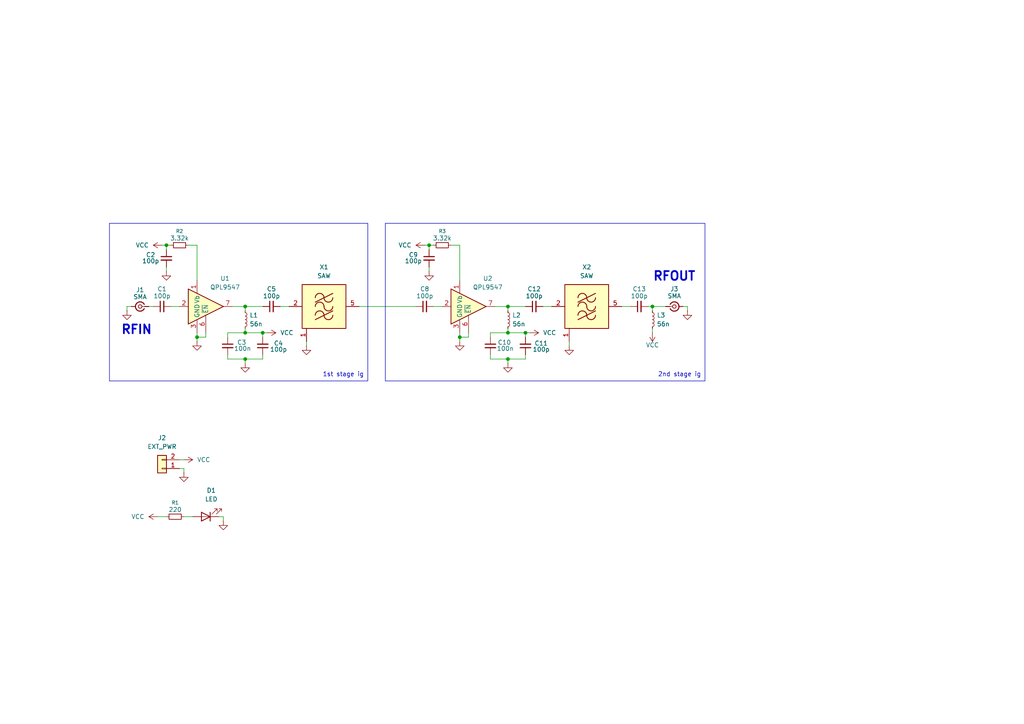
<source format=kicad_sch>
(kicad_sch (version 20250114) (generator "eeschema") (generator_version "9.0")
  (paper "A4")
  (lib_symbols
    (symbol "Connector:Conn_Coaxial_Small" (pin_numbers (hide yes)) (pin_names (offset 1.016) (hide yes))
      (property "Reference" "J" (at 0.254 3.048 0))
      (property "Value" "Conn_Coaxial_Small" (at 0 -3.81 0))
      (symbol "Conn_Coaxial_Small_0_1"
        (polyline (pts (xy -2.54 0) (xy -0.508 0)))
        (circle (center 0 0) (radius 0.508) (stroke (width 0.2032)))
      )
      (symbol "Conn_Coaxial_Small_1_1"
        (arc (start 1.3484 0.0039) (mid 0.327 -1.308) (end -1.1916 -0.6311) (stroke (width 0.3048)))
        (arc (start -1.1916 0.6311) (mid 0.327 1.3081) (end 1.3484 -0.0039) (stroke (width 0.3048)))
        (pin passive line (at -2.54 0 0) (length 1.27) (name "In") (number "1"))
        (pin passive line (at 2.54 0 180) (length 1.27) (name "Ext") (number "2"))
      )
    )
    (symbol "Connector_Generic:Conn_01x02" (pin_names (offset 1.016) (hide yes))
      (property "Reference" "J" (at 0 2.54 0))
      (property "Value" "Conn_01x02" (at 0 -5.08 0))
      (symbol "Conn_01x02_1_1"
        (rectangle (start -1.27 1.27) (end 1.27 -3.81) (stroke (width 0.254)) (fill (type background)))
        (rectangle (start -1.27 0.127) (end 0 -0.127) (stroke (width 0.1524)))
        (rectangle (start -1.27 -2.413) (end 0 -2.667) (stroke (width 0.1524)))
        (pin passive line (at -5.08 0 0) (length 3.81) (name "Pin_1") (number "1"))
        (pin passive line (at -5.08 -2.54 0) (length 3.81) (name "Pin_2") (number "2"))
      )
    )
    (symbol "Device:C_Small" (pin_numbers (hide yes)) (pin_names (offset 0.254) (hide yes))
      (property "Reference" "C" (at 0.254 1.778 0))
      (property "Value" "C_Small" (at 0.254 -2.032 0))
      (symbol "C_Small_0_1"
        (polyline (pts (xy -1.524 0.508) (xy 1.524 0.508)) (stroke (width 0.3048)))
        (polyline (pts (xy -1.524 -0.508) (xy 1.524 -0.508)) (stroke (width 0.3302)))
      )
      (symbol "C_Small_1_1"
        (pin passive line (at 0 2.54 270) (length 2.032) (name "~") (number "1"))
        (pin passive line (at 0 -2.54 90) (length 2.032) (name "~") (number "2"))
      )
    )
    (symbol "Device:LED" (pin_numbers (hide yes)) (pin_names (offset 1.016) (hide yes))
      (property "Reference" "D" (at 0 2.54 0))
      (property "Value" "LED" (at 0 -2.54 0))
      (symbol "LED_0_1"
        (polyline (pts (xy -3.048 -0.762) (xy -4.572 -2.286) (xy -3.81 -2.286) (xy -4.572 -2.286) (xy -4.572 -1.524)))
        (polyline (pts (xy -1.778 -0.762) (xy -3.302 -2.286) (xy -2.54 -2.286) (xy -3.302 -2.286) (xy -3.302 -1.524)))
        (polyline (pts (xy -1.27 0) (xy 1.27 0)))
        (polyline (pts (xy -1.27 -1.27) (xy -1.27 1.27)) (stroke (width 0.254)))
        (polyline (pts (xy 1.27 -1.27) (xy 1.27 1.27) (xy -1.27 0) (xy 1.27 -1.27)) (stroke (width 0.254)))
      )
      (symbol "LED_1_1"
        (pin passive line (at -3.81 0 0) (length 2.54) (name "K") (number "1"))
        (pin passive line (at 3.81 0 180) (length 2.54) (name "A") (number "2"))
      )
    )
    (symbol "Device:L_Small" (pin_numbers (hide yes)) (pin_names (offset 0.254) (hide yes))
      (property "Reference" "L" (at 0.762 1.016 0))
      (property "Value" "L_Small" (at 0.762 -1.016 0))
      (symbol "L_Small_0_1"
        (arc (start 0 2.032) (mid 0.5058 1.524) (end 0 1.016))
        (arc (start 0 1.016) (mid 0.5058 0.508) (end 0 0))
        (arc (start 0 0) (mid 0.5058 -0.508) (end 0 -1.016))
        (arc (start 0 -1.016) (mid 0.5058 -1.524) (end 0 -2.032))
      )
      (symbol "L_Small_1_1"
        (pin passive line (at 0 2.54 270) (length 0.508) (name "~") (number "1"))
        (pin passive line (at 0 -2.54 90) (length 0.508) (name "~") (number "2"))
      )
    )
    (symbol "Device:R_Small" (pin_numbers (hide yes)) (pin_names (offset 0.254) (hide yes))
      (property "Reference" "R" (at 0 0 90))
      (property "Value" "R_Small" (at 1.778 0 90))
      (symbol "R_Small_0_1"
        (rectangle (start -0.762 1.778) (end 0.762 -1.778) (stroke (width 0.2032)))
      )
      (symbol "R_Small_1_1"
        (pin passive line (at 0 2.54 270) (length 0.762) (name "~") (number "1"))
        (pin passive line (at 0 -2.54 90) (length 0.762) (name "~") (number "2"))
      )
    )
    (symbol "RF_Amplifier:QPL9547"
      (property "Reference" "U" (at 1.27 10.16 0))
      (property "Value" "QPL9547" (at 5.08 5.08 0))
      (symbol "QPL9547_0_1"
        (polyline (pts (xy 5.08 0) (xy -5.08 5.08) (xy -5.08 -5.08) (xy 5.08 0)) (stroke (width 0.254)) (fill (type background)))
      )
      (symbol "QPL9547_1_1"
        (pin input line (at -7.62 0 0) (length 2.54) (name "~") (number "2"))
        (pin power_in line (at -2.54 7.62 270) (length 3.81) (name "Vb") (number "1"))
        (pin power_in line (at -2.54 -7.62 90) (length 3.81) (name "GND") (number "3"))
        (pin passive line (at -2.54 -7.62 90) (length 3.81) (hide yes) (name "GND") (number "4"))
        (pin passive line (at -2.54 -7.62 90) (length 3.81) (hide yes) (name "GND") (number "5"))
        (pin passive line (at -2.54 -7.62 90) (length 3.81) (hide yes) (name "GND") (number "8"))
        (pin passive line (at -2.54 -7.62 90) (length 3.81) (hide yes) (name "GND") (number "9"))
        (pin passive line (at 0 -7.62 90) (length 5.08) (name "~{EN}") (number "6"))
        (pin output line (at 7.62 0 180) (length 2.54) (name "~") (number "7"))
      )
    )
    (symbol "RF_Filter:TA0970B" (pin_names (hide yes))
      (property "Reference" "X" (at -5.08 10.16 0))
      (property "Value" "TA0970B" (at -1.27 7.62 0))
      (symbol "TA0970B_1_1"
        (rectangle (start -6.35 6.35) (end 6.35 -6.35) (stroke (width 0.254)) (fill (type background)))
        (polyline (pts (xy -2.54 1.27) (xy 2.54 3.81)) (stroke (width 0.254)))
        (polyline (pts (xy -2.54 -3.81) (xy 2.54 -1.27)) (stroke (width 0.254)))
        (arc (start -2.54 2.54) (mid -1.27 3.8045) (end 0 2.54) (stroke (width 0.254)))
        (arc (start -2.54 0) (mid -1.27 1.2645) (end 0 0) (stroke (width 0.254)))
        (arc (start -2.54 -2.54) (mid -1.27 -1.2755) (end 0 -2.54) (stroke (width 0.254)))
        (arc (start 2.54 2.54) (mid 1.27 1.2755) (end 0 2.54) (stroke (width 0.254)))
        (arc (start 2.54 0) (mid 1.27 -1.2645) (end 0 0) (stroke (width 0.254)))
        (arc (start 2.54 -2.54) (mid 1.27 -3.8045) (end 0 -2.54) (stroke (width 0.254)))
        (pin input line (at -10.16 0 0) (length 3.81) (name "IN") (number "2"))
        (pin power_in line (at -5.08 -10.16 90) (length 3.81) (name "GND") (number "1"))
        (pin passive line (at -5.08 -10.16 90) (length 3.81) (hide yes) (name "GND") (number "3"))
        (pin passive line (at -5.08 -10.16 90) (length 3.81) (hide yes) (name "GND") (number "4"))
        (pin passive line (at -5.08 -10.16 90) (length 3.81) (hide yes) (name "GND") (number "6"))
        (pin output line (at 10.16 0 180) (length 3.81) (name "OUT") (number "5"))
      )
    )
    (symbol "power:GND" (power) (pin_numbers (hide yes)) (pin_names (offset 0) (hide yes))
      (property "Value" "GND" (at 0 -3.81 0))
      (symbol "GND_0_1"
        (polyline (pts (xy 0 0) (xy 0 -1.27) (xy 1.27 -1.27) (xy 0 -2.54) (xy -1.27 -1.27) (xy 0 -1.27)))
      )
      (symbol "GND_1_1"
        (pin power_in line (at 0 0 270) (length 0) (name "~") (number "1"))
      )
    )
    (symbol "power:VCC" (power) (pin_numbers (hide yes)) (pin_names (offset 0) (hide yes))
      (property "Value" "VCC" (at 0 3.556 0))
      (symbol "VCC_0_1"
        (polyline (pts (xy -0.762 1.27) (xy 0 2.54)))
        (polyline (pts (xy 0 2.54) (xy 0.762 1.27)))
        (polyline (pts (xy 0 0) (xy 0 2.54)))
      )
      (symbol "VCC_1_1"
        (pin power_in line (at 0 0 90) (length 0) (name "~") (number "1"))
      )
    )
  )
  (rectangle (start 31.75 64.77) (end 106.68 110.49))
  (rectangle (start 111.76 64.77) (end 204.47 110.49))
  (text "RFOUT" (at 195.58 80.264 0) (effects (font (size 2.54 2.54) (thickness 0.508) (bold yes))))
  (text "1st stage ig\n" (at 99.568 108.712 0) (effects (font (size 1.27 1.27))))
  (text "RFIN" (at 39.624 95.758 0) (effects (font (size 2.54 2.54) (thickness 0.508) (bold yes))))
  (text "2nd stage ig\n" (at 197.104 108.712 0) (effects (font (size 1.27 1.27))))
  (junction (at 147.32 88.9))
  (junction (at 71.12 88.9))
  (junction (at 76.2 96.52))
  (junction (at 147.32 96.52))
  (junction (at 71.12 96.52))
  (junction (at 147.32 104.14))
  (junction (at 152.4 96.52))
  (junction (at 48.26 71.12))
  (junction (at 57.15 97.79))
  (junction (at 133.35 97.79))
  (junction (at 124.46 71.12))
  (junction (at 71.12 104.14))
  (junction (at 189.23 88.9))
  (wire (pts (xy 52.07 133.35) (xy 53.34 133.35)))
  (wire (pts (xy 135.89 96.52) (xy 135.89 97.79)))
  (wire (pts (xy 147.32 95.25) (xy 147.32 96.52)))
  (wire (pts (xy 67.31 88.9) (xy 71.12 88.9)))
  (wire (pts (xy 48.26 71.12) (xy 49.53 71.12)))
  (wire (pts (xy 130.81 71.12) (xy 133.35 71.12)))
  (wire (pts (xy 71.12 96.52) (xy 66.04 96.52)))
  (wire (pts (xy 88.9 99.06) (xy 88.9 100.33)))
  (wire (pts (xy 45.72 149.86) (xy 48.26 149.86)))
  (wire (pts (xy 147.32 88.9) (xy 147.32 90.17)))
  (wire (pts (xy 189.23 88.9) (xy 193.04 88.9)))
  (wire (pts (xy 143.51 88.9) (xy 147.32 88.9)))
  (wire (pts (xy 189.23 90.17) (xy 189.23 88.9)))
  (wire (pts (xy 52.07 88.9) (xy 49.53 88.9)))
  (wire (pts (xy 77.47 96.52) (xy 76.2 96.52)))
  (wire (pts (xy 180.34 88.9) (xy 182.88 88.9)))
  (wire (pts (xy 133.35 97.79) (xy 133.35 99.06)))
  (wire (pts (xy 199.39 90.17) (xy 199.39 88.9)))
  (wire (pts (xy 199.39 88.9) (xy 198.12 88.9)))
  (wire (pts (xy 135.89 97.79) (xy 133.35 97.79)))
  (wire (pts (xy 124.46 71.12) (xy 125.73 71.12)))
  (wire (pts (xy 59.69 96.52) (xy 59.69 97.79)))
  (wire (pts (xy 81.28 88.9) (xy 83.82 88.9)))
  (wire (pts (xy 53.34 135.89) (xy 52.07 135.89)))
  (wire (pts (xy 64.77 149.86) (xy 63.5 149.86)))
  (wire (pts (xy 57.15 96.52) (xy 57.15 97.79)))
  (wire (pts (xy 71.12 95.25) (xy 71.12 96.52)))
  (wire (pts (xy 165.1 99.06) (xy 165.1 100.33)))
  (wire (pts (xy 147.32 104.14) (xy 147.32 105.41)))
  (wire (pts (xy 152.4 96.52) (xy 147.32 96.52)))
  (wire (pts (xy 66.04 96.52) (xy 66.04 97.79)))
  (wire (pts (xy 54.61 71.12) (xy 57.15 71.12)))
  (wire (pts (xy 71.12 104.14) (xy 76.2 104.14)))
  (wire (pts (xy 147.32 88.9) (xy 152.4 88.9)))
  (wire (pts (xy 123.19 71.12) (xy 124.46 71.12)))
  (wire (pts (xy 133.35 71.12) (xy 133.35 81.28)))
  (wire (pts (xy 59.69 97.79) (xy 57.15 97.79)))
  (wire (pts (xy 71.12 88.9) (xy 76.2 88.9)))
  (wire (pts (xy 57.15 97.79) (xy 57.15 99.06)))
  (wire (pts (xy 142.24 102.87) (xy 142.24 104.14)))
  (wire (pts (xy 46.99 71.12) (xy 48.26 71.12)))
  (wire (pts (xy 124.46 78.74) (xy 124.46 77.47)))
  (wire (pts (xy 36.83 88.9) (xy 38.1 88.9)))
  (wire (pts (xy 71.12 88.9) (xy 71.12 90.17)))
  (wire (pts (xy 104.14 88.9) (xy 120.65 88.9)))
  (wire (pts (xy 189.23 95.25) (xy 189.23 96.52)))
  (wire (pts (xy 53.34 149.86) (xy 55.88 149.86)))
  (wire (pts (xy 152.4 104.14) (xy 152.4 102.87)))
  (wire (pts (xy 43.18 88.9) (xy 44.45 88.9)))
  (wire (pts (xy 142.24 104.14) (xy 147.32 104.14)))
  (wire (pts (xy 157.48 88.9) (xy 160.02 88.9)))
  (wire (pts (xy 147.32 96.52) (xy 142.24 96.52)))
  (wire (pts (xy 76.2 97.79) (xy 76.2 96.52)))
  (wire (pts (xy 189.23 88.9) (xy 187.96 88.9)))
  (wire (pts (xy 66.04 104.14) (xy 71.12 104.14)))
  (wire (pts (xy 142.24 96.52) (xy 142.24 97.79)))
  (wire (pts (xy 76.2 104.14) (xy 76.2 102.87)))
  (wire (pts (xy 36.83 90.17) (xy 36.83 88.9)))
  (wire (pts (xy 64.77 151.13) (xy 64.77 149.86)))
  (wire (pts (xy 76.2 96.52) (xy 71.12 96.52)))
  (wire (pts (xy 53.34 137.16) (xy 53.34 135.89)))
  (wire (pts (xy 152.4 97.79) (xy 152.4 96.52)))
  (wire (pts (xy 57.15 71.12) (xy 57.15 81.28)))
  (wire (pts (xy 124.46 72.39) (xy 124.46 71.12)))
  (wire (pts (xy 133.35 96.52) (xy 133.35 97.79)))
  (wire (pts (xy 48.26 72.39) (xy 48.26 71.12)))
  (wire (pts (xy 128.27 88.9) (xy 125.73 88.9)))
  (wire (pts (xy 147.32 104.14) (xy 152.4 104.14)))
  (wire (pts (xy 153.67 96.52) (xy 152.4 96.52)))
  (wire (pts (xy 71.12 104.14) (xy 71.12 105.41)))
  (wire (pts (xy 48.26 78.74) (xy 48.26 77.47)))
  (wire (pts (xy 66.04 102.87) (xy 66.04 104.14)))
  (symbol (lib_id "Connector_Generic:Conn_01x02") (at 46.99 135.89 180) (unit 1)
    (property "Reference" "J2" (at 46.99 127 0))
    (property "Value" "EXT_PWR" (at 46.99 129.54 0))
    (property "Footprint" "Connector_PinHeader_2.54mm:PinHeader_1x02_P2.54mm_Vertical" (effects (hide yes)))
    (property "Description" "Generic connector, single row, 01x02, script generated (kicad-library-utils/schlib/autogen/connector/)" (effects (hide yes)))
  )
  (symbol (lib_id "Device:C_Small") (at 142.24 100.33 0) (unit 1)
    (property "Reference" "C10" (at 146.304 99.314 0))
    (property "Value" "100n" (at 146.558 101.092 0))
    (property "Footprint" "Capacitor_SMD:C_0603_1608Metric_Pad1.08x0.95mm_HandSolder" (effects (hide yes)))
    (property "Description" "Unpolarized capacitor, small symbol" (effects (hide yes)))
  )
  (symbol (lib_id "power:GND") (at 199.39 90.17 0) (unit 1)
    (property "Reference" "#PWR021" (effects (hide yes)))
    (property "Value" "GND" (effects (hide yes)))
    (property "Description" "Power symbol creates a global label with name \"GND\" , ground" (effects (hide yes)))
  )
  (symbol (lib_id "power:GND") (at 48.26 78.74 0) (unit 1)
    (property "Reference" "#PWR04" (effects (hide yes)))
    (property "Value" "GND" (effects (hide yes)))
    (property "Description" "Power symbol creates a global label with name \"GND\" , ground" (effects (hide yes)))
  )
  (symbol (lib_id "Device:C_Small") (at 48.26 74.93 0) (unit 1)
    (property "Reference" "C2" (at 43.688 73.914 0))
    (property "Value" "100p" (at 43.688 75.692 0))
    (property "Footprint" "Capacitor_SMD:C_0402_1005Metric" (effects (hide yes)))
    (property "Description" "Unpolarized capacitor, small symbol" (effects (hide yes)))
    (property "MFR" "81-GRM1555C1H101JA1D" (effects (hide yes)))
  )
  (symbol (lib_id "Device:C_Small") (at 78.74 88.9 90) (unit 1)
    (property "Reference" "C5" (at 78.74 83.82 90))
    (property "Value" "100p" (at 78.74 85.852 90))
    (property "Footprint" "Capacitor_SMD:C_0402_1005Metric" (effects (hide yes)))
    (property "Description" "Unpolarized capacitor, small symbol" (effects (hide yes)))
    (property "MFR" "81-GRM1555C1H101JA1D" (effects (hide yes)))
  )
  (symbol (lib_id "power:GND") (at 88.9 100.33 0) (unit 1)
    (property "Reference" "#PWR011" (effects (hide yes)))
    (property "Value" "GND" (effects (hide yes)))
    (property "Description" "Power symbol creates a global label with name \"GND\" , ground" (effects (hide yes)))
  )
  (symbol (lib_id "Device:C_Small") (at 152.4 100.33 180) (unit 1)
    (property "Reference" "C11" (at 156.972 99.568 0))
    (property "Value" "100p" (at 156.972 101.346 0))
    (property "Footprint" "Capacitor_SMD:C_0402_1005Metric" (effects (hide yes)))
    (property "Description" "Unpolarized capacitor, small symbol" (effects (hide yes)))
    (property "MFR" "81-GRM1555C1H101JA1D" (effects (hide yes)))
  )
  (symbol (lib_id "power:GND") (at 36.83 90.17 0) (unit 1)
    (property "Reference" "#PWR01" (effects (hide yes)))
    (property "Value" "GND" (effects (hide yes)))
    (property "Description" "Power symbol creates a global label with name \"GND\" , ground" (effects (hide yes)))
  )
  (symbol (lib_id "power:VCC") (at 189.23 96.52 180) (unit 1)
    (property "Reference" "#PWR020" (effects (hide yes)))
    (property "Value" "VCC" (at 189.23 100.076 0))
    (property "Description" "Power symbol creates a global label with name \"VCC\"" (effects (hide yes)))
  )
  (symbol (lib_id "power:GND") (at 53.34 137.16 0) (unit 1)
    (property "Reference" "#PWR06" (effects (hide yes)))
    (property "Value" "GND" (effects (hide yes)))
    (property "Description" "Power symbol creates a global label with name \"GND\" , ground" (effects (hide yes)))
  )
  (symbol (lib_id "power:GND") (at 165.1 100.33 0) (unit 1)
    (property "Reference" "#PWR019" (effects (hide yes)))
    (property "Value" "GND" (effects (hide yes)))
    (property "Description" "Power symbol creates a global label with name \"GND\" , ground" (effects (hide yes)))
  )
  (symbol (lib_id "RF_Filter:TA0970B") (at 170.18 88.9 0) (unit 1)
    (property "Reference" "X2" (at 170.18 77.47 0))
    (property "Value" "SAW" (at 170.18 80.01 0))
    (property "Footprint" "Filter:Filter_SAW-6_3.8x3.8mm" (effects (hide yes)))
    (property "Datasheet" "https://www.golledge.com/media/3785/mp08167.pdf" (effects (hide yes)))
    (property "Description" "Bandpass Filter, 1090MHz, SAW filter 6-pin" (effects (hide yes)))
  )
  (symbol (lib_id "Device:C_Small") (at 124.46 74.93 0) (unit 1)
    (property "Reference" "C9" (at 119.888 73.914 0))
    (property "Value" "100p" (at 119.888 75.692 0))
    (property "Footprint" "Capacitor_SMD:C_0402_1005Metric" (effects (hide yes)))
    (property "Description" "Unpolarized capacitor, small symbol" (effects (hide yes)))
    (property "MFR" "81-GRM1555C1H101JA1D" (effects (hide yes)))
  )
  (symbol (lib_id "Device:R_Small") (at 50.8 149.86 90) (unit 1)
    (property "Reference" "R1" (at 50.8 145.796 90) (effects (font (size 1.016 1.016))))
    (property "Value" "220" (at 50.8 147.828 90))
    (property "Footprint" "Resistor_SMD:R_0603_1608Metric_Pad0.98x0.95mm_HandSolder" (effects (hide yes)))
    (property "Description" "Resistor, small symbol" (effects (hide yes)))
  )
  (symbol (lib_id "Device:L_Small") (at 189.23 92.71 0) (unit 1)
    (property "Reference" "L3" (at 190.5 91.4399 0) (effects (justify left)))
    (property "Value" "56n" (at 190.5 93.9799 0) (effects (justify left)))
    (property "Footprint" "Inductor_SMD:L_0402_1005Metric" (effects (hide yes)))
    (property "Description" "Inductor, small symbol" (effects (hide yes)))
    (property "MFR" "994-0402HPH-56NXJRW" (effects (hide yes)))
  )
  (symbol (lib_id "power:GND") (at 124.46 78.74 0) (unit 1)
    (property "Reference" "#PWR015" (effects (hide yes)))
    (property "Value" "GND" (effects (hide yes)))
    (property "Description" "Power symbol creates a global label with name \"GND\" , ground" (effects (hide yes)))
  )
  (symbol (lib_id "Device:C_Small") (at 76.2 100.33 180) (unit 1)
    (property "Reference" "C4" (at 80.772 99.568 0))
    (property "Value" "100p" (at 80.772 101.346 0))
    (property "Footprint" "Capacitor_SMD:C_0402_1005Metric" (effects (hide yes)))
    (property "Description" "Unpolarized capacitor, small symbol" (effects (hide yes)))
    (property "MFR" "81-GRM1555C1H101JA1D" (effects (hide yes)))
  )
  (symbol (lib_id "power:GND") (at 57.15 99.06 0) (unit 1)
    (property "Reference" "#PWR07" (effects (hide yes)))
    (property "Value" "GND" (effects (hide yes)))
    (property "Description" "Power symbol creates a global label with name \"GND\" , ground" (effects (hide yes)))
  )
  (symbol (lib_id "power:VCC") (at 46.99 71.12 90) (unit 1)
    (property "Reference" "#PWR03" (effects (hide yes)))
    (property "Value" "VCC" (at 43.18 71.1199 90) (effects (justify left)))
    (property "Description" "Power symbol creates a global label with name \"VCC\"" (effects (hide yes)))
  )
  (symbol (lib_id "Device:L_Small") (at 71.12 92.71 0) (unit 1)
    (property "Reference" "L1" (at 72.39 91.4399 0) (effects (justify left)))
    (property "Value" "56n" (at 72.39 93.9799 0) (effects (justify left)))
    (property "Footprint" "Inductor_SMD:L_0402_1005Metric" (effects (hide yes)))
    (property "Description" "Inductor, small symbol" (effects (hide yes)))
    (property "MFR" "994-0402HPH-56NXJRW" (effects (hide yes)))
  )
  (symbol (lib_id "RF_Amplifier:QPL9547") (at 59.69 88.9 0) (unit 1)
    (property "Reference" "U1" (at 65.278 80.772 0))
    (property "Value" "QPL9547" (at 65.278 83.312 0))
    (property "Footprint" "Package_DFN_QFN:DFN-8-1EP_2x2mm_P0.5mm_EP0.8x1.6mm" (effects (hide yes)))
    (property "Datasheet" "https://www.qorvo.com/products/d/da007268" (effects (hide yes)))
    (property "Description" "100-6000MHz RF/IF +19.5dB gain block, DFN-8" (effects (hide yes)))
  )
  (symbol (lib_id "power:VCC") (at 123.19 71.12 90) (unit 1)
    (property "Reference" "#PWR014" (effects (hide yes)))
    (property "Value" "VCC" (at 119.38 71.1199 90) (effects (justify left)))
    (property "Description" "Power symbol creates a global label with name \"VCC\"" (effects (hide yes)))
  )
  (symbol (lib_id "Device:R_Small") (at 128.27 71.12 90) (unit 1)
    (property "Reference" "R3" (at 128.27 67.056 90) (effects (font (size 1.016 1.016))))
    (property "Value" "3.32k" (at 128.27 69.088 90))
    (property "Footprint" "Resistor_SMD:R_0402_1005Metric" (effects (hide yes)))
    (property "Description" "Resistor, small symbol" (effects (hide yes)))
  )
  (symbol (lib_id "power:VCC") (at 77.47 96.52 270) (unit 1)
    (property "Reference" "#PWR010" (effects (hide yes)))
    (property "Value" "VCC" (at 81.28 96.5199 90) (effects (justify left)))
    (property "Description" "Power symbol creates a global label with name \"VCC\"" (effects (hide yes)))
  )
  (symbol (lib_id "power:GND") (at 64.77 151.13 0) (unit 1)
    (property "Reference" "#PWR08" (effects (hide yes)))
    (property "Value" "GND" (effects (hide yes)))
    (property "Description" "Power symbol creates a global label with name \"GND\" , ground" (effects (hide yes)))
  )
  (symbol (lib_id "power:VCC") (at 153.67 96.52 270) (unit 1)
    (property "Reference" "#PWR018" (effects (hide yes)))
    (property "Value" "VCC" (at 157.48 96.5199 90) (effects (justify left)))
    (property "Description" "Power symbol creates a global label with name \"VCC\"" (effects (hide yes)))
  )
  (symbol (lib_id "power:VCC") (at 53.34 133.35 270) (unit 1)
    (property "Reference" "#PWR05" (effects (hide yes)))
    (property "Value" "VCC" (at 57.15 133.3499 90) (effects (justify left)))
    (property "Description" "Power symbol creates a global label with name \"VCC\"" (effects (hide yes)))
  )
  (symbol (lib_id "Connector:Conn_Coaxial_Small") (at 195.58 88.9 0) (unit 1)
    (property "Reference" "J3" (at 195.58 83.82 0))
    (property "Value" "SMA" (at 195.58 85.852 0))
    (property "Footprint" "Connector_Coaxial:SMA_Samtec_SMA-J-P-H-ST-EM1_EdgeMount" (effects (hide yes)))
    (property "Description" "small coaxial connector (BNC, SMA, SMB, SMC, Cinch/RCA, LEMO, ...)" (effects (hide yes)))
  )
  (symbol (lib_id "RF_Filter:TA0970B") (at 93.98 88.9 0) (unit 1)
    (property "Reference" "X1" (at 93.98 77.47 0))
    (property "Value" "SAW" (at 93.98 80.01 0))
    (property "Footprint" "Filter:Filter_SAW-6_3.8x3.8mm" (effects (hide yes)))
    (property "Datasheet" "https://www.golledge.com/media/3785/mp08167.pdf" (effects (hide yes)))
    (property "Description" "Bandpass Filter, 1090MHz, SAW filter 6-pin" (effects (hide yes)))
  )
  (symbol (lib_id "power:GND") (at 71.12 105.41 0) (unit 1)
    (property "Reference" "#PWR09" (effects (hide yes)))
    (property "Value" "GND" (effects (hide yes)))
    (property "Description" "Power symbol creates a global label with name \"GND\" , ground" (effects (hide yes)))
  )
  (symbol (lib_id "power:GND") (at 147.32 105.41 0) (unit 1)
    (property "Reference" "#PWR017" (effects (hide yes)))
    (property "Value" "GND" (effects (hide yes)))
    (property "Description" "Power symbol creates a global label with name \"GND\" , ground" (effects (hide yes)))
  )
  (symbol (lib_id "power:VCC") (at 45.72 149.86 90) (unit 1)
    (property "Reference" "#PWR02" (effects (hide yes)))
    (property "Value" "VCC" (at 41.91 149.8599 90) (effects (justify left)))
    (property "Description" "Power symbol creates a global label with name \"VCC\"" (effects (hide yes)))
  )
  (symbol (lib_id "Device:C_Small") (at 185.42 88.9 90) (unit 1)
    (property "Reference" "C13" (at 185.42 83.82 90))
    (property "Value" "100p" (at 185.42 85.852 90))
    (property "Footprint" "Capacitor_SMD:C_0402_1005Metric" (effects (hide yes)))
    (property "Description" "Unpolarized capacitor, small symbol" (effects (hide yes)))
    (property "MFR" "81-GRM1555C1H101JA1D" (effects (hide yes)))
  )
  (symbol (lib_id "RF_Amplifier:QPL9547") (at 135.89 88.9 0) (unit 1)
    (property "Reference" "U2" (at 141.478 80.772 0))
    (property "Value" "QPL9547" (at 141.478 83.312 0))
    (property "Footprint" "Package_DFN_QFN:DFN-8-1EP_2x2mm_P0.5mm_EP0.8x1.6mm" (effects (hide yes)))
    (property "Datasheet" "https://www.qorvo.com/products/d/da007268" (effects (hide yes)))
    (property "Description" "100-6000MHz RF/IF +19.5dB gain block, DFN-8" (effects (hide yes)))
  )
  (symbol (lib_id "Device:C_Small") (at 46.99 88.9 90) (unit 1)
    (property "Reference" "C1" (at 46.99 83.82 90))
    (property "Value" "100p" (at 46.99 85.852 90))
    (property "Footprint" "Capacitor_SMD:C_0402_1005Metric" (effects (hide yes)))
    (property "Description" "Unpolarized capacitor, small symbol" (effects (hide yes)))
    (property "MFR" "81-GRM1555C1H101JA1D" (effects (hide yes)))
  )
  (symbol (lib_id "Device:R_Small") (at 52.07 71.12 90) (unit 1)
    (property "Reference" "R2" (at 52.07 67.056 90) (effects (font (size 1.016 1.016))))
    (property "Value" "3.32k" (at 52.07 69.088 90))
    (property "Footprint" "Resistor_SMD:R_0402_1005Metric" (effects (hide yes)))
    (property "Description" "Resistor, small symbol" (effects (hide yes)))
  )
  (symbol (lib_id "Device:C_Small") (at 154.94 88.9 90) (unit 1)
    (property "Reference" "C12" (at 154.94 83.82 90))
    (property "Value" "100p" (at 154.94 85.852 90))
    (property "Footprint" "Capacitor_SMD:C_0402_1005Metric" (effects (hide yes)))
    (property "Description" "Unpolarized capacitor, small symbol" (effects (hide yes)))
    (property "MFR" "81-GRM1555C1H101JA1D" (effects (hide yes)))
  )
  (symbol (lib_id "Connector:Conn_Coaxial_Small") (at 40.64 88.9 180) (unit 1)
    (property "Reference" "J1" (at 40.64 84.074 0))
    (property "Value" "SMA" (at 40.64 86.106 0))
    (property "Footprint" "Connector_Coaxial:SMA_Samtec_SMA-J-P-H-ST-EM1_EdgeMount" (effects (hide yes)))
    (property "Description" "small coaxial connector (BNC, SMA, SMB, SMC, Cinch/RCA, LEMO, ...)" (effects (hide yes)))
  )
  (symbol (lib_id "Device:L_Small") (at 147.32 92.71 0) (unit 1)
    (property "Reference" "L2" (at 148.59 91.4399 0) (effects (justify left)))
    (property "Value" "56n" (at 148.59 93.9799 0) (effects (justify left)))
    (property "Footprint" "Inductor_SMD:L_0402_1005Metric" (effects (hide yes)))
    (property "Description" "Inductor, small symbol" (effects (hide yes)))
    (property "MFR" "994-0402HPH-56NXJRW" (effects (hide yes)))
  )
  (symbol (lib_id "power:GND") (at 133.35 99.06 0) (unit 1)
    (property "Reference" "#PWR016" (effects (hide yes)))
    (property "Value" "GND" (effects (hide yes)))
    (property "Description" "Power symbol creates a global label with name \"GND\" , ground" (effects (hide yes)))
  )
  (symbol (lib_id "Device:C_Small") (at 123.19 88.9 90) (unit 1)
    (property "Reference" "C8" (at 123.19 83.82 90))
    (property "Value" "100p" (at 123.19 85.852 90))
    (property "Footprint" "Capacitor_SMD:C_0402_1005Metric" (effects (hide yes)))
    (property "Description" "Unpolarized capacitor, small symbol" (effects (hide yes)))
    (property "MFR" "81-GRM1555C1H101JA1D" (effects (hide yes)))
  )
  (symbol (lib_id "Device:LED") (at 59.69 149.86 180) (unit 1)
    (property "Reference" "D1" (at 61.2775 142.24 0))
    (property "Value" "LED" (at 61.2775 144.78 0))
    (property "Footprint" "LED_SMD:LED_0603_1608Metric" (effects (hide yes)))
    (property "Description" "Light emitting diode" (effects (hide yes)))
    (property "Sim.Pins" "1=K 2=A" (effects (hide yes)))
    (property "MFR" "859-LTST-C190GKT" (effects (hide yes)))
  )
  (symbol (lib_id "Device:C_Small") (at 66.04 100.33 0) (unit 1)
    (property "Reference" "C3" (at 70.104 99.314 0))
    (property "Value" "100n" (at 70.358 101.092 0))
    (property "Footprint" "Capacitor_SMD:C_0603_1608Metric_Pad1.08x0.95mm_HandSolder" (effects (hide yes)))
    (property "Description" "Unpolarized capacitor, small symbol" (effects (hide yes)))
  )
)
</source>
